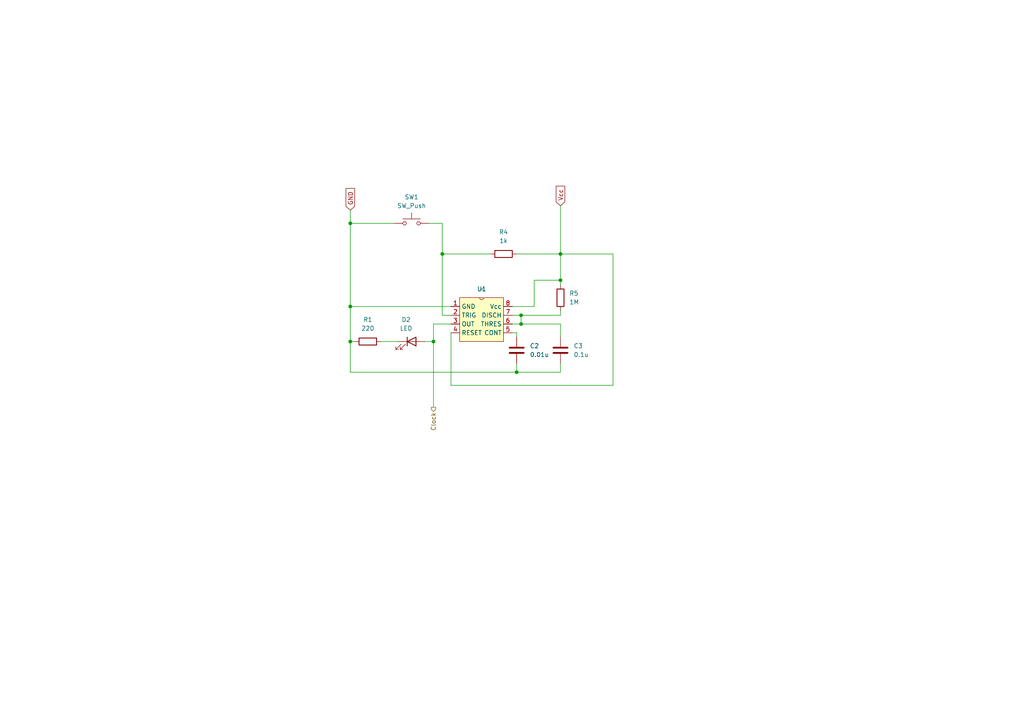
<source format=kicad_sch>
(kicad_sch (version 20230121) (generator eeschema)
  (paper "A4")
  (lib_symbols
    (symbol "Custom:NE555"
      (property "Reference" "U" (at 0 0 0))
      (symbol "NE555_0_1"
        (arc (start -0.635 -2.5513) (mid 0 -3.088) (end 0.635 -2.5513))
      )
      (symbol "NE555_1_1"
        (rectangle (start -6.35 -2.54) (end 6.35 -15.24) (fill (type background)))
        (pin passive line (at -8.89 -5.08 0) (length 2.54) (name "GND") (number "1"))
        (pin input line (at -8.89 -7.62 0) (length 2.54) (name "TRIG") (number "2"))
        (pin output line (at -8.89 -10.16 0) (length 2.54) (name "OUT") (number "3"))
        (pin input line (at -8.89 -12.7 0) (length 2.54) (name "RESET") (number "4"))
        (pin bidirectional line (at 8.89 -12.7 180) (length 2.54) (name "CONT") (number "5"))
        (pin input line (at 8.89 -10.16 180) (length 2.54) (name "THRES") (number "6"))
        (pin output line (at 8.89 -7.62 180) (length 2.54) (name "DISCH") (number "7"))
        (pin passive line (at 8.89 -5.08 180) (length 2.54) (name "Vcc") (number "8"))
      )
    )
    (symbol "Device:C" (pin_numbers hide) (pin_names (offset 0.254))
      (property "Reference" "C" (at 0.635 2.54 0))
      (property "Value" "C" (at 0.635 -2.54 0))
      (symbol "C_0_1"
        (polyline (pts (xy -2.032 -0.762) (xy 2.032 -0.762)) (stroke (width 0.508)))
        (polyline (pts (xy -2.032 0.762) (xy 2.032 0.762)) (stroke (width 0.508)))
      )
      (symbol "C_1_1"
        (pin passive line (at 0 3.81 270) (length 2.794) (name "~") (number "1"))
        (pin passive line (at 0 -3.81 90) (length 2.794) (name "~") (number "2"))
      )
    )
    (symbol "Device:LED" (pin_numbers hide) (pin_names (offset 1.016) hide)
      (property "Reference" "D" (at 0 2.54 0))
      (property "Value" "LED" (at 0 -2.54 0))
      (symbol "LED_0_1"
        (polyline (pts (xy -1.27 -1.27) (xy -1.27 1.27)) (stroke (width 0.254)))
        (polyline (pts (xy -1.27 0) (xy 1.27 0)))
        (polyline (pts (xy 1.27 -1.27) (xy 1.27 1.27) (xy -1.27 0) (xy 1.27 -1.27)) (stroke (width 0.254)))
        (polyline (pts (xy -3.048 -0.762) (xy -4.572 -2.286) (xy -3.81 -2.286) (xy -4.572 -2.286) (xy -4.572 -1.524)))
        (polyline (pts (xy -1.778 -0.762) (xy -3.302 -2.286) (xy -2.54 -2.286) (xy -3.302 -2.286) (xy -3.302 -1.524)))
      )
      (symbol "LED_1_1"
        (pin passive line (at -3.81 0 0) (length 2.54) (name "K") (number "1"))
        (pin passive line (at 3.81 0 180) (length 2.54) (name "A") (number "2"))
      )
    )
    (symbol "Device:R" (pin_numbers hide) (pin_names (offset 0))
      (property "Reference" "R" (at 2.032 0 90))
      (property "Value" "R" (at 0 0 90))
      (symbol "R_0_1"
        (rectangle (start -1.016 -2.54) (end 1.016 2.54) (stroke (width 0.254)))
      )
      (symbol "R_1_1"
        (pin passive line (at 0 3.81 270) (length 1.27) (name "~") (number "1"))
        (pin passive line (at 0 -3.81 90) (length 1.27) (name "~") (number "2"))
      )
    )
    (symbol "Switch:SW_Push" (pin_numbers hide) (pin_names (offset 1.016) hide)
      (property "Reference" "SW" (at 1.27 2.54 0))
      (property "Value" "SW_Push" (at 0 -1.524 0))
      (symbol "SW_Push_0_1"
        (circle (center -2.032 0) (radius 0.508))
        (polyline (pts (xy 0 1.27) (xy 0 3.048)))
        (polyline (pts (xy 2.54 1.27) (xy -2.54 1.27)))
        (circle (center 2.032 0) (radius 0.508))
        (pin passive line (at -5.08 0 0) (length 2.54) (name "1") (number "1"))
        (pin passive line (at 5.08 0 180) (length 2.54) (name "2") (number "2"))
      )
    )
  )
  (junction (at 149.86 107.95))
  (junction (at 101.6 99.06))
  (junction (at 162.56 81.28))
  (junction (at 128.27 73.66))
  (junction (at 162.56 73.66))
  (junction (at 151.13 91.44))
  (junction (at 125.73 99.06))
  (junction (at 101.6 88.9))
  (junction (at 101.6 64.77))
  (junction (at 151.13 93.98))
  (wire (pts (xy 162.56 93.98) (xy 151.13 93.98)))
  (wire (pts (xy 101.6 60.96) (xy 101.6 64.77)))
  (wire (pts (xy 162.56 93.98) (xy 162.56 97.79)))
  (wire (pts (xy 151.13 93.98) (xy 148.59 93.98)))
  (wire (pts (xy 151.13 91.44) (xy 151.13 93.98)))
  (wire (pts (xy 128.27 64.77) (xy 128.27 73.66)))
  (wire (pts (xy 125.73 99.06) (xy 125.73 118.11)))
  (wire (pts (xy 149.86 105.41) (xy 149.86 107.95)))
  (wire (pts (xy 101.6 64.77) (xy 101.6 88.9)))
  (wire (pts (xy 125.73 93.98) (xy 130.81 93.98)))
  (wire (pts (xy 110.49 99.06) (xy 115.57 99.06)))
  (wire (pts (xy 101.6 99.06) (xy 101.6 107.95)))
  (wire (pts (xy 130.81 96.52) (xy 130.81 111.76)))
  (wire (pts (xy 101.6 99.06) (xy 102.87 99.06)))
  (wire (pts (xy 162.56 91.44) (xy 162.56 90.17)))
  (wire (pts (xy 128.27 73.66) (xy 142.24 73.66)))
  (wire (pts (xy 162.56 59.69) (xy 162.56 73.66)))
  (wire (pts (xy 151.13 91.44) (xy 162.56 91.44)))
  (wire (pts (xy 101.6 107.95) (xy 149.86 107.95)))
  (wire (pts (xy 177.8 73.66) (xy 162.56 73.66)))
  (wire (pts (xy 162.56 107.95) (xy 162.56 105.41)))
  (wire (pts (xy 154.94 81.28) (xy 154.94 88.9)))
  (wire (pts (xy 148.59 96.52) (xy 149.86 96.52)))
  (wire (pts (xy 177.8 111.76) (xy 177.8 73.66)))
  (wire (pts (xy 128.27 73.66) (xy 128.27 91.44)))
  (wire (pts (xy 125.73 99.06) (xy 125.73 93.98)))
  (wire (pts (xy 101.6 88.9) (xy 130.81 88.9)))
  (wire (pts (xy 154.94 88.9) (xy 148.59 88.9)))
  (wire (pts (xy 154.94 81.28) (xy 162.56 81.28)))
  (wire (pts (xy 148.59 91.44) (xy 151.13 91.44)))
  (wire (pts (xy 149.86 96.52) (xy 149.86 97.79)))
  (wire (pts (xy 101.6 88.9) (xy 101.6 99.06)))
  (wire (pts (xy 128.27 91.44) (xy 130.81 91.44)))
  (wire (pts (xy 149.86 107.95) (xy 162.56 107.95)))
  (wire (pts (xy 130.81 111.76) (xy 177.8 111.76)))
  (wire (pts (xy 162.56 73.66) (xy 162.56 81.28)))
  (wire (pts (xy 128.27 64.77) (xy 124.46 64.77)))
  (wire (pts (xy 149.86 73.66) (xy 162.56 73.66)))
  (wire (pts (xy 101.6 64.77) (xy 114.3 64.77)))
  (wire (pts (xy 123.19 99.06) (xy 125.73 99.06)))
  (wire (pts (xy 162.56 81.28) (xy 162.56 82.55)))
  (global_label "Vcc" (shape input) (at 162.56 59.69 90) (property "Intersheetrefs" "${INTERSHEET_REFS}" (effects hide)))
  (global_label "GND" (shape input) (at 101.6 60.96 90) (property "Intersheetrefs" "${INTERSHEET_REFS}" (effects hide)))
  (hierarchical_label "Clock" (shape output) (at 125.73 118.11 270))
  (symbol (lib_id "Device:C") (at 162.56 101.6 180) (unit 1)
    (property "Reference" "C3" (at 166.37 100.33 0) (effects (justify right)))
    (property "Value" "0.1u" (at 166.37 102.87 0) (effects (justify right)))
    (property "Footprint" "Resistor_SMD:R_1206_3216Metric_Pad1.30x1.75mm_HandSolder" (effects hide))
    (property "LCSC" "C5137467" (effects hide))
    (instances (project "clock" (path "" (reference "C3") (unit 1))) (project "cumputer" (path "" (reference "C5") (unit 1))))
  )
  (symbol (lib_id "Device:R") (at 146.05 73.66 90) (unit 1)
    (property "Reference" "R4" (at 146.05 67.31 90))
    (property "Value" "1k" (at 146.05 69.85 90))
    (property "Footprint" "Resistor_SMD:R_1206_3216Metric_Pad1.30x1.75mm_HandSolder" (effects hide))
    (property "LCSC" "C4410" (effects hide))
    (instances (project "clock" (path "" (reference "R4") (unit 1))) (project "cumputer" (path "" (reference "R6") (unit 1))))
  )
  (symbol (lib_id "Custom:NE555") (at 139.7 83.82 0) (unit 1)
    (property "Reference" "U1" (at 139.7 83.82 0))
    (property "Value" "~" (at 139.7 83.82 0))
    (property "Footprint" "DIP Socket:DIP-8_W7.62mm_Socket_LongPads" (effects hide))
    (property "LCSC" "C18164403" (effects hide))
    (instances (project "clock" (path "" (reference "U1") (unit 1))) (project "cumputer" (path "" (reference "U2") (unit 1))))
  )
  (symbol (lib_id "Device:R") (at 162.56 86.36 0) (unit 1)
    (property "Reference" "R5" (at 165.1 85.09 0) (effects (justify left)))
    (property "Value" "1M" (at 165.1 87.63 0) (effects (justify left)))
    (property "Footprint" "Resistor_SMD:R_1206_3216Metric_Pad1.30x1.75mm_HandSolder" (effects hide))
    (property "LCSC" "C352130" (effects hide))
    (instances (project "clock" (path "" (reference "R5") (unit 1))) (project "cumputer" (path "" (reference "R7") (unit 1))))
  )
  (symbol (lib_id "Device:C") (at 149.86 101.6 180) (unit 1)
    (property "Reference" "C2" (at 153.67 100.33 0) (effects (justify right)))
    (property "Value" "0.01u" (at 153.67 102.87 0) (effects (justify right)))
    (property "Footprint" "Resistor_SMD:R_1206_3216Metric_Pad1.30x1.75mm_HandSolder" (effects hide))
    (property "LCSC" "C3015138" (effects hide))
    (instances (project "clock" (path "" (reference "C2") (unit 1))) (project "cumputer" (path "" (reference "C4") (unit 1))))
  )
  (symbol (lib_id "Switch:SW_Push") (at 119.38 64.77 0) (unit 1)
    (property "Reference" "SW1" (at 119.38 57.15 0))
    (property "Value" "SW_Push" (at 119.38 59.69 0))
    (property "Footprint" "Button_Switch_THT:SW_Tactile_Straight_KSL0Axx1LFTR" (effects hide))
  )
  (symbol (lib_id "Device:R") (at 106.68 99.06 90) (unit 1)
    (property "Reference" "R1" (at 106.68 92.71 90))
    (property "Value" "220" (at 106.68 95.25 90))
    (property "Footprint" "Resistor_SMD:R_1206_3216Metric_Pad1.30x1.75mm_HandSolder" (effects hide))
    (property "LCSC" "C2933642" (effects hide))
    (instances (project "clock" (path "" (reference "R1") (unit 1))) (project "cumputer" (path "" (reference "R5") (unit 1))))
  )
  (symbol (lib_id "Device:LED") (at 119.38 99.06 0) (unit 1)
    (property "Reference" "D2" (at 117.7925 92.71 0))
    (property "Value" "LED" (at 117.7925 95.25 0))
    (property "Footprint" "LED_SMD:LED_1206_3216Metric_Pad1.42x1.75mm_HandSolder" (effects hide))
    (property "LCSC" "C965799" (effects hide))
  )
)
</source>
